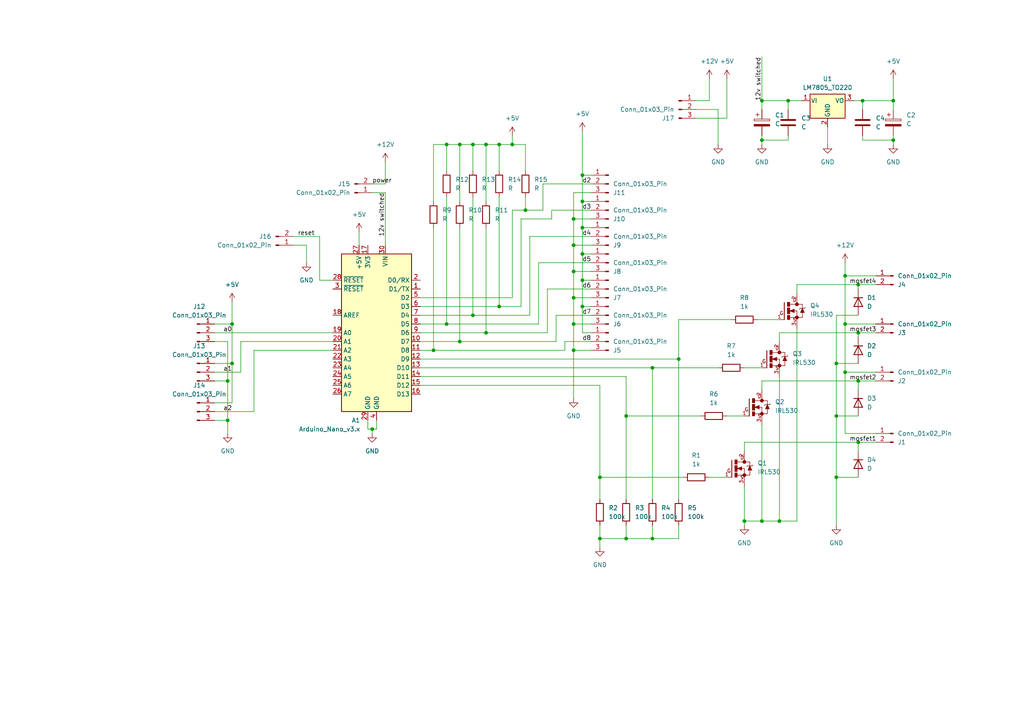
<source format=kicad_sch>
(kicad_sch (version 20230121) (generator eeschema)
  (paper "A4")
  (lib_symbols
    (symbol "Connector:Conn_01x02_Pin" (pin_names (offset 1.016) hide)
      (property "Reference" "J" (at 0 2.54 0))
      (property "Value" "Conn_01x02_Pin" (at 0 -5.08 0))
      (symbol "Conn_01x02_Pin_1_1"
        (polyline (pts (xy 1.27 -2.54) (xy 0.8636 -2.54)) (stroke (width 0.1524)))
        (polyline (pts (xy 1.27 0) (xy 0.8636 0)) (stroke (width 0.1524)))
        (rectangle (start 0.8636 -2.413) (end 0 -2.667) (stroke (width 0.1524)) (fill (type outline)))
        (rectangle (start 0.8636 0.127) (end 0 -0.127) (stroke (width 0.1524)) (fill (type outline)))
        (pin passive line (at 5.08 0 180) (length 3.81) (name "Pin_1") (number "1"))
        (pin passive line (at 5.08 -2.54 180) (length 3.81) (name "Pin_2") (number "2"))
      )
    )
    (symbol "Connector:Conn_01x03_Pin" (pin_names (offset 1.016) hide)
      (property "Reference" "J" (at 0 5.08 0))
      (property "Value" "Conn_01x03_Pin" (at 0 -5.08 0))
      (symbol "Conn_01x03_Pin_1_1"
        (polyline (pts (xy 1.27 -2.54) (xy 0.8636 -2.54)) (stroke (width 0.1524)))
        (polyline (pts (xy 1.27 0) (xy 0.8636 0)) (stroke (width 0.1524)))
        (polyline (pts (xy 1.27 2.54) (xy 0.8636 2.54)) (stroke (width 0.1524)))
        (rectangle (start 0.8636 -2.413) (end 0 -2.667) (stroke (width 0.1524)) (fill (type outline)))
        (rectangle (start 0.8636 0.127) (end 0 -0.127) (stroke (width 0.1524)) (fill (type outline)))
        (rectangle (start 0.8636 2.667) (end 0 2.413) (stroke (width 0.1524)) (fill (type outline)))
        (pin passive line (at 5.08 2.54 180) (length 3.81) (name "Pin_1") (number "1"))
        (pin passive line (at 5.08 0 180) (length 3.81) (name "Pin_2") (number "2"))
        (pin passive line (at 5.08 -2.54 180) (length 3.81) (name "Pin_3") (number "3"))
      )
    )
    (symbol "Device:C" (pin_numbers hide) (pin_names (offset 0.254))
      (property "Reference" "C" (at 0.635 2.54 0))
      (property "Value" "C" (at 0.635 -2.54 0))
      (symbol "C_0_1"
        (polyline (pts (xy -2.032 -0.762) (xy 2.032 -0.762)) (stroke (width 0.508)))
        (polyline (pts (xy -2.032 0.762) (xy 2.032 0.762)) (stroke (width 0.508)))
      )
      (symbol "C_1_1"
        (pin passive line (at 0 3.81 270) (length 2.794) (name "~") (number "1"))
        (pin passive line (at 0 -3.81 90) (length 2.794) (name "~") (number "2"))
      )
    )
    (symbol "Device:C_Polarized" (pin_numbers hide) (pin_names (offset 0.254))
      (property "Reference" "C" (at 0.635 2.54 0))
      (property "Value" "C_Polarized" (at 0.635 -2.54 0))
      (symbol "C_Polarized_0_1"
        (rectangle (start -2.286 0.508) (end 2.286 1.016))
        (polyline (pts (xy -1.778 2.286) (xy -0.762 2.286)))
        (polyline (pts (xy -1.27 2.794) (xy -1.27 1.778)))
        (rectangle (start 2.286 -0.508) (end -2.286 -1.016) (fill (type outline)))
      )
      (symbol "C_Polarized_1_1"
        (pin passive line (at 0 3.81 270) (length 2.794) (name "~") (number "1"))
        (pin passive line (at 0 -3.81 90) (length 2.794) (name "~") (number "2"))
      )
    )
    (symbol "Device:D" (pin_numbers hide) (pin_names (offset 1.016) hide)
      (property "Reference" "D" (at 0 2.54 0))
      (property "Value" "D" (at 0 -2.54 0))
      (symbol "D_0_1"
        (polyline (pts (xy -1.27 1.27) (xy -1.27 -1.27)) (stroke (width 0.254)))
        (polyline (pts (xy 1.27 0) (xy -1.27 0)))
        (polyline (pts (xy 1.27 1.27) (xy 1.27 -1.27) (xy -1.27 0) (xy 1.27 1.27)) (stroke (width 0.254)))
      )
      (symbol "D_1_1"
        (pin passive line (at -3.81 0 0) (length 2.54) (name "K") (number "1"))
        (pin passive line (at 3.81 0 180) (length 2.54) (name "A") (number "2"))
      )
    )
    (symbol "Device:R" (pin_numbers hide) (pin_names (offset 0))
      (property "Reference" "R" (at 2.032 0 90))
      (property "Value" "R" (at 0 0 90))
      (symbol "R_0_1"
        (rectangle (start -1.016 -2.54) (end 1.016 2.54) (stroke (width 0.254)))
      )
      (symbol "R_1_1"
        (pin passive line (at 0 3.81 270) (length 1.27) (name "~") (number "1"))
        (pin passive line (at 0 -3.81 90) (length 1.27) (name "~") (number "2"))
      )
    )
    (symbol "IRL530:IRL530" (pin_names (offset 1.016))
      (property "Reference" "Q" (at 6.35 0 0))
      (property "Value" "IRL530" (at 6.35 -2.54 0))
      (symbol "IRL530_0_0"
        (rectangle (start -0.254 -2.54) (end 0.508 -1.27) (stroke (width 0.1)) (fill (type outline)))
        (rectangle (start -0.254 -0.889) (end 0.508 0.889) (stroke (width 0.1)) (fill (type outline)))
        (rectangle (start -0.254 1.27) (end 0.508 2.54) (stroke (width 0.1)) (fill (type outline)))
        (polyline (pts (xy -1.1176 -2.54) (xy -2.54 -2.54)) (stroke (width 0.1524)))
        (polyline (pts (xy -1.1176 2.413) (xy -1.1176 -2.54)) (stroke (width 0.254)))
        (polyline (pts (xy 0.508 -1.905) (xy 2.54 -1.905)) (stroke (width 0.1524)))
        (polyline (pts (xy 0.508 0) (xy 1.778 -0.508)) (stroke (width 0.1524)))
        (polyline (pts (xy 0.762 0) (xy 1.651 -0.254)) (stroke (width 0.3048)))
        (polyline (pts (xy 1.651 -0.254) (xy 1.651 0)) (stroke (width 0.3048)))
        (polyline (pts (xy 1.651 0) (xy 1.397 0)) (stroke (width 0.3048)))
        (polyline (pts (xy 1.651 0) (xy 2.54 0)) (stroke (width 0.1524)))
        (polyline (pts (xy 1.651 0.254) (xy 0.762 0)) (stroke (width 0.3048)))
        (polyline (pts (xy 1.778 -0.508) (xy 1.778 0.508)) (stroke (width 0.1524)))
        (polyline (pts (xy 1.778 0.508) (xy 0.508 0)) (stroke (width 0.1524)))
        (polyline (pts (xy 2.54 -1.905) (xy 2.54 -2.54)) (stroke (width 0.1524)))
        (polyline (pts (xy 2.54 0) (xy 2.54 -1.905)) (stroke (width 0.1524)))
        (polyline (pts (xy 2.54 1.905) (xy 0.5334 1.905)) (stroke (width 0.1524)))
        (polyline (pts (xy 2.54 1.905) (xy 4.1275 1.905)) (stroke (width 0.1524)))
        (polyline (pts (xy 2.54 2.54) (xy 2.54 1.905)) (stroke (width 0.1524)))
        (polyline (pts (xy 3.4925 0.762) (xy 3.2385 0.508)) (stroke (width 0.1524)))
        (polyline (pts (xy 3.4925 0.762) (xy 4.1275 0.762)) (stroke (width 0.1524)))
        (polyline (pts (xy 3.5719 -0.4763) (xy 4.1275 -0.4763)) (stroke (width 0.1524)))
        (polyline (pts (xy 4.1275 -1.905) (xy 2.54 -1.905)) (stroke (width 0.1524)))
        (polyline (pts (xy 4.1275 -0.4763) (xy 4.1275 -1.905)) (stroke (width 0.1524)))
        (polyline (pts (xy 4.1275 -0.4763) (xy 4.6831 -0.4763)) (stroke (width 0.1524)))
        (polyline (pts (xy 4.1275 0.762) (xy 3.5719 -0.4763)) (stroke (width 0.1524)))
        (polyline (pts (xy 4.1275 0.762) (xy 4.7625 0.762)) (stroke (width 0.1524)))
        (polyline (pts (xy 4.1275 1.905) (xy 4.1275 0.762)) (stroke (width 0.1524)))
        (polyline (pts (xy 4.6831 -0.4763) (xy 4.1275 0.762)) (stroke (width 0.1524)))
        (polyline (pts (xy 4.7625 0.762) (xy 5.0165 1.016)) (stroke (width 0.1524)))
        (polyline (pts (xy 4.1275 0.635) (xy 3.6513 -0.3969) (xy 4.6038 -0.3969) (xy 4.1275 0.635)) (stroke (width 0.1524)) (fill (type outline)))
        (circle (center 2.54 -1.905) (radius 0.127) (stroke (width 0.4064)))
        (circle (center 2.54 1.905) (radius 0.127) (stroke (width 0.4064)))
        (text "D" (at 1.27 2.54 0) (effects (font (size 1.016 1.016)) (justify left bottom)))
        (text "G" (at -2.54 -1.27 0) (effects (font (size 1.016 1.016)) (justify left bottom)))
        (text "S" (at 1.27 -3.175 0) (effects (font (size 1.016 1.016)) (justify left bottom)))
        (pin passive line (at -2.54 -2.54 0) (length 0) (name "~") (number "1"))
        (pin passive line (at 2.54 5.08 270) (length 2.54) (name "~") (number "2"))
        (pin passive line (at 2.54 -5.08 90) (length 2.54) (name "~") (number "3"))
      )
    )
    (symbol "MCU_Module:Arduino_Nano_v3.x"
      (property "Reference" "A" (at -10.16 23.495 0))
      (property "Value" "Arduino_Nano_v3.x" (at 5.08 -24.13 0))
      (symbol "Arduino_Nano_v3.x_0_1"
        (rectangle (start -10.16 22.86) (end 10.16 -22.86) (stroke (width 0.254)) (fill (type background)))
      )
      (symbol "Arduino_Nano_v3.x_1_1"
        (pin bidirectional line (at -12.7 12.7 0) (length 2.54) (name "D1/TX") (number "1"))
        (pin bidirectional line (at -12.7 -2.54 0) (length 2.54) (name "D7") (number "10"))
        (pin bidirectional line (at -12.7 -5.08 0) (length 2.54) (name "D8") (number "11"))
        (pin bidirectional line (at -12.7 -7.62 0) (length 2.54) (name "D9") (number "12"))
        (pin bidirectional line (at -12.7 -10.16 0) (length 2.54) (name "D10") (number "13"))
        (pin bidirectional line (at -12.7 -12.7 0) (length 2.54) (name "D11") (number "14"))
        (pin bidirectional line (at -12.7 -15.24 0) (length 2.54) (name "D12") (number "15"))
        (pin bidirectional line (at -12.7 -17.78 0) (length 2.54) (name "D13") (number "16"))
        (pin power_out line (at 2.54 25.4 270) (length 2.54) (name "3V3") (number "17"))
        (pin input line (at 12.7 5.08 180) (length 2.54) (name "AREF") (number "18"))
        (pin bidirectional line (at 12.7 0 180) (length 2.54) (name "A0") (number "19"))
        (pin bidirectional line (at -12.7 15.24 0) (length 2.54) (name "D0/RX") (number "2"))
        (pin bidirectional line (at 12.7 -2.54 180) (length 2.54) (name "A1") (number "20"))
        (pin bidirectional line (at 12.7 -5.08 180) (length 2.54) (name "A2") (number "21"))
        (pin bidirectional line (at 12.7 -7.62 180) (length 2.54) (name "A3") (number "22"))
        (pin bidirectional line (at 12.7 -10.16 180) (length 2.54) (name "A4") (number "23"))
        (pin bidirectional line (at 12.7 -12.7 180) (length 2.54) (name "A5") (number "24"))
        (pin bidirectional line (at 12.7 -15.24 180) (length 2.54) (name "A6") (number "25"))
        (pin bidirectional line (at 12.7 -17.78 180) (length 2.54) (name "A7") (number "26"))
        (pin power_out line (at 5.08 25.4 270) (length 2.54) (name "+5V") (number "27"))
        (pin input line (at 12.7 15.24 180) (length 2.54) (name "~{RESET}") (number "28"))
        (pin power_in line (at 2.54 -25.4 90) (length 2.54) (name "GND") (number "29"))
        (pin input line (at 12.7 12.7 180) (length 2.54) (name "~{RESET}") (number "3"))
        (pin power_in line (at -2.54 25.4 270) (length 2.54) (name "VIN") (number "30"))
        (pin power_in line (at 0 -25.4 90) (length 2.54) (name "GND") (number "4"))
        (pin bidirectional line (at -12.7 10.16 0) (length 2.54) (name "D2") (number "5"))
        (pin bidirectional line (at -12.7 7.62 0) (length 2.54) (name "D3") (number "6"))
        (pin bidirectional line (at -12.7 5.08 0) (length 2.54) (name "D4") (number "7"))
        (pin bidirectional line (at -12.7 2.54 0) (length 2.54) (name "D5") (number "8"))
        (pin bidirectional line (at -12.7 0 0) (length 2.54) (name "D6") (number "9"))
      )
    )
    (symbol "Regulator_Linear:LM7805_TO220" (pin_names (offset 0.254))
      (property "Reference" "U" (at -3.81 3.175 0))
      (property "Value" "LM7805_TO220" (at 0 3.175 0))
      (symbol "LM7805_TO220_0_1"
        (rectangle (start -5.08 1.905) (end 5.08 -5.08) (stroke (width 0.254)) (fill (type background)))
      )
      (symbol "LM7805_TO220_1_1"
        (pin power_in line (at -7.62 0 0) (length 2.54) (name "VI") (number "1"))
        (pin power_in line (at 0 -7.62 90) (length 2.54) (name "GND") (number "2"))
        (pin power_out line (at 7.62 0 180) (length 2.54) (name "VO") (number "3"))
      )
    )
    (symbol "power:+12V" (power) (pin_names (offset 0))
      (property "Value" "+12V" (at 0 3.556 0))
      (symbol "+12V_0_1"
        (polyline (pts (xy -0.762 1.27) (xy 0 2.54)))
        (polyline (pts (xy 0 0) (xy 0 2.54)))
        (polyline (pts (xy 0 2.54) (xy 0.762 1.27)))
      )
      (symbol "+12V_1_1"
        (pin power_in line (at 0 0 90) (length 0) hide (name "+12V") (number "1"))
      )
    )
    (symbol "power:+5V" (power) (pin_names (offset 0))
      (property "Value" "+5V" (at 0 3.556 0))
      (symbol "+5V_0_1"
        (polyline (pts (xy -0.762 1.27) (xy 0 2.54)))
        (polyline (pts (xy 0 0) (xy 0 2.54)))
        (polyline (pts (xy 0 2.54) (xy 0.762 1.27)))
      )
      (symbol "+5V_1_1"
        (pin power_in line (at 0 0 90) (length 0) hide (name "+5V") (number "1"))
      )
    )
    (symbol "power:GND" (power) (pin_names (offset 0))
      (property "Value" "GND" (at 0 -3.81 0))
      (symbol "GND_0_1"
        (polyline (pts (xy 0 0) (xy 0 -1.27) (xy 1.27 -1.27) (xy 0 -2.54) (xy -1.27 -1.27) (xy 0 -1.27)))
      )
      (symbol "GND_1_1"
        (pin power_in line (at 0 0 270) (length 0) hide (name "GND") (number "1"))
      )
    )
  )
  (junction (at 173.99 156.21))
  (junction (at 245.11 93.98))
  (junction (at 107.95 124.46))
  (junction (at 133.35 41.91))
  (junction (at 242.57 105.41))
  (junction (at 166.37 78.74))
  (junction (at 248.92 128.27))
  (junction (at 133.35 99.06))
  (junction (at 137.16 41.91))
  (junction (at 168.91 81.28))
  (junction (at 250.19 29.21))
  (junction (at 66.04 110.49))
  (junction (at 220.98 151.13))
  (junction (at 248.92 110.49))
  (junction (at 168.91 58.42))
  (junction (at 245.11 107.95))
  (junction (at 166.37 86.36))
  (junction (at 144.78 41.91))
  (junction (at 259.08 29.21))
  (junction (at 144.78 88.9))
  (junction (at 168.91 50.8))
  (junction (at 248.92 82.55))
  (junction (at 129.54 41.91))
  (junction (at 189.23 106.68))
  (junction (at 166.37 63.5))
  (junction (at 181.61 120.65))
  (junction (at 248.92 96.52))
  (junction (at 168.91 73.66))
  (junction (at 259.08 40.64))
  (junction (at 215.9 151.13))
  (junction (at 166.37 101.6))
  (junction (at 152.4 60.96))
  (junction (at 228.6 29.21))
  (junction (at 129.54 93.98))
  (junction (at 66.04 121.92))
  (junction (at 140.97 96.52))
  (junction (at 140.97 41.91))
  (junction (at 189.23 156.21))
  (junction (at 168.91 66.04))
  (junction (at 220.98 40.64))
  (junction (at 67.31 105.41))
  (junction (at 226.06 151.13))
  (junction (at 173.99 138.43))
  (junction (at 196.85 104.14))
  (junction (at 220.98 29.21))
  (junction (at 125.73 101.6))
  (junction (at 137.16 91.44))
  (junction (at 242.57 138.43))
  (junction (at 245.11 80.01))
  (junction (at 67.31 93.98))
  (junction (at 166.37 93.98))
  (junction (at 242.57 120.65))
  (junction (at 181.61 156.21))
  (junction (at 148.59 41.91))
  (junction (at 166.37 71.12))
  (junction (at 168.91 88.9))
  (wire (pts (xy 215.9 140.97) (xy 215.9 151.13)))
  (wire (pts (xy 152.4 41.91) (xy 148.59 41.91)))
  (wire (pts (xy 157.48 53.34) (xy 157.48 60.96)))
  (wire (pts (xy 166.37 63.5) (xy 166.37 55.88)))
  (wire (pts (xy 121.92 96.52) (xy 140.97 96.52)))
  (wire (pts (xy 168.91 50.8) (xy 171.45 50.8)))
  (wire (pts (xy 166.37 71.12) (xy 166.37 63.5)))
  (wire (pts (xy 158.75 83.82) (xy 171.45 83.82)))
  (wire (pts (xy 173.99 111.76) (xy 173.99 138.43)))
  (wire (pts (xy 210.82 120.65) (xy 215.9 120.65)))
  (wire (pts (xy 129.54 41.91) (xy 129.54 49.53)))
  (wire (pts (xy 106.68 121.92) (xy 106.68 124.46)))
  (wire (pts (xy 181.61 156.21) (xy 173.99 156.21)))
  (wire (pts (xy 158.75 96.52) (xy 158.75 83.82)))
  (wire (pts (xy 168.91 88.9) (xy 171.45 88.9)))
  (wire (pts (xy 208.28 41.91) (xy 208.28 31.75)))
  (wire (pts (xy 66.04 110.49) (xy 66.04 121.92)))
  (wire (pts (xy 62.23 107.95) (xy 69.85 107.95)))
  (wire (pts (xy 210.82 22.86) (xy 210.82 34.29)))
  (wire (pts (xy 245.11 80.01) (xy 254 80.01)))
  (wire (pts (xy 133.35 41.91) (xy 129.54 41.91)))
  (wire (pts (xy 181.61 152.4) (xy 181.61 156.21)))
  (wire (pts (xy 228.6 29.21) (xy 228.6 31.75)))
  (wire (pts (xy 242.57 138.43) (xy 248.92 138.43)))
  (wire (pts (xy 166.37 86.36) (xy 171.45 86.36)))
  (wire (pts (xy 151.13 63.5) (xy 151.13 88.9)))
  (wire (pts (xy 67.31 105.41) (xy 67.31 116.84)))
  (wire (pts (xy 137.16 91.44) (xy 153.67 91.44)))
  (wire (pts (xy 166.37 71.12) (xy 171.45 71.12)))
  (wire (pts (xy 250.19 39.37) (xy 250.19 40.64)))
  (wire (pts (xy 69.85 107.95) (xy 69.85 99.06)))
  (wire (pts (xy 196.85 156.21) (xy 189.23 156.21)))
  (wire (pts (xy 254 125.73) (xy 245.11 125.73)))
  (wire (pts (xy 248.92 96.52) (xy 254 96.52)))
  (wire (pts (xy 62.23 116.84) (xy 67.31 116.84)))
  (wire (pts (xy 173.99 156.21) (xy 173.99 152.4)))
  (wire (pts (xy 109.22 124.46) (xy 109.22 121.92)))
  (wire (pts (xy 248.92 110.49) (xy 254 110.49)))
  (wire (pts (xy 166.37 93.98) (xy 166.37 86.36)))
  (wire (pts (xy 166.37 86.36) (xy 166.37 78.74)))
  (wire (pts (xy 173.99 138.43) (xy 173.99 144.78)))
  (wire (pts (xy 220.98 123.19) (xy 220.98 151.13)))
  (wire (pts (xy 88.9 71.12) (xy 85.09 71.12)))
  (wire (pts (xy 144.78 41.91) (xy 140.97 41.91)))
  (wire (pts (xy 245.11 93.98) (xy 254 93.98)))
  (wire (pts (xy 153.67 68.58) (xy 153.67 91.44)))
  (wire (pts (xy 121.92 91.44) (xy 137.16 91.44)))
  (wire (pts (xy 137.16 41.91) (xy 140.97 41.91)))
  (wire (pts (xy 196.85 152.4) (xy 196.85 156.21)))
  (wire (pts (xy 67.31 87.63) (xy 67.31 93.98)))
  (wire (pts (xy 140.97 96.52) (xy 158.75 96.52)))
  (wire (pts (xy 168.91 50.8) (xy 168.91 58.42)))
  (wire (pts (xy 248.92 83.82) (xy 248.92 82.55)))
  (wire (pts (xy 220.98 113.03) (xy 220.98 110.49)))
  (wire (pts (xy 166.37 63.5) (xy 171.45 63.5)))
  (wire (pts (xy 166.37 101.6) (xy 166.37 93.98)))
  (wire (pts (xy 163.83 101.6) (xy 163.83 99.06)))
  (wire (pts (xy 151.13 63.5) (xy 160.02 63.5)))
  (wire (pts (xy 144.78 88.9) (xy 121.92 88.9)))
  (wire (pts (xy 173.99 138.43) (xy 198.12 138.43)))
  (wire (pts (xy 231.14 82.55) (xy 248.92 82.55)))
  (wire (pts (xy 67.31 93.98) (xy 62.23 93.98)))
  (wire (pts (xy 250.19 40.64) (xy 259.08 40.64)))
  (wire (pts (xy 67.31 93.98) (xy 67.31 105.41)))
  (wire (pts (xy 62.23 110.49) (xy 66.04 110.49)))
  (wire (pts (xy 107.95 124.46) (xy 109.22 124.46)))
  (wire (pts (xy 133.35 66.04) (xy 133.35 99.06)))
  (wire (pts (xy 240.03 36.83) (xy 240.03 41.91)))
  (wire (pts (xy 153.67 68.58) (xy 171.45 68.58)))
  (wire (pts (xy 121.92 106.68) (xy 189.23 106.68)))
  (wire (pts (xy 168.91 66.04) (xy 171.45 66.04)))
  (wire (pts (xy 156.21 93.98) (xy 129.54 93.98)))
  (wire (pts (xy 259.08 29.21) (xy 259.08 31.75)))
  (wire (pts (xy 220.98 40.64) (xy 220.98 41.91)))
  (wire (pts (xy 181.61 120.65) (xy 203.2 120.65)))
  (wire (pts (xy 220.98 29.21) (xy 220.98 31.75)))
  (wire (pts (xy 104.14 67.31) (xy 104.14 71.12)))
  (wire (pts (xy 152.4 41.91) (xy 152.4 49.53)))
  (wire (pts (xy 73.66 101.6) (xy 73.66 119.38)))
  (wire (pts (xy 107.95 124.46) (xy 107.95 125.73)))
  (wire (pts (xy 210.82 34.29) (xy 201.93 34.29)))
  (wire (pts (xy 62.23 105.41) (xy 67.31 105.41)))
  (wire (pts (xy 205.74 29.21) (xy 201.93 29.21)))
  (wire (pts (xy 125.73 58.42) (xy 125.73 41.91)))
  (wire (pts (xy 228.6 39.37) (xy 228.6 40.64)))
  (wire (pts (xy 220.98 16.51) (xy 220.98 29.21)))
  (wire (pts (xy 151.13 88.9) (xy 144.78 88.9)))
  (wire (pts (xy 148.59 60.96) (xy 152.4 60.96)))
  (wire (pts (xy 129.54 57.15) (xy 129.54 93.98)))
  (wire (pts (xy 69.85 99.06) (xy 96.52 99.06)))
  (wire (pts (xy 121.92 86.36) (xy 148.59 86.36)))
  (wire (pts (xy 196.85 92.71) (xy 212.09 92.71)))
  (wire (pts (xy 168.91 81.28) (xy 168.91 88.9)))
  (wire (pts (xy 250.19 29.21) (xy 259.08 29.21)))
  (wire (pts (xy 107.95 55.88) (xy 111.76 55.88)))
  (wire (pts (xy 62.23 96.52) (xy 96.52 96.52)))
  (wire (pts (xy 248.92 130.81) (xy 248.92 128.27)))
  (wire (pts (xy 148.59 39.37) (xy 148.59 41.91)))
  (wire (pts (xy 245.11 80.01) (xy 245.11 93.98)))
  (wire (pts (xy 66.04 121.92) (xy 62.23 121.92)))
  (wire (pts (xy 181.61 120.65) (xy 181.61 109.22)))
  (wire (pts (xy 259.08 39.37) (xy 259.08 40.64)))
  (wire (pts (xy 259.08 22.86) (xy 259.08 29.21)))
  (wire (pts (xy 226.06 96.52) (xy 248.92 96.52)))
  (wire (pts (xy 166.37 78.74) (xy 166.37 71.12)))
  (wire (pts (xy 205.74 138.43) (xy 210.82 138.43)))
  (wire (pts (xy 171.45 76.2) (xy 156.21 76.2)))
  (wire (pts (xy 137.16 57.15) (xy 137.16 91.44)))
  (wire (pts (xy 220.98 151.13) (xy 215.9 151.13)))
  (wire (pts (xy 189.23 152.4) (xy 189.23 156.21)))
  (wire (pts (xy 205.74 22.86) (xy 205.74 29.21)))
  (wire (pts (xy 137.16 41.91) (xy 133.35 41.91)))
  (wire (pts (xy 125.73 66.04) (xy 125.73 101.6)))
  (wire (pts (xy 231.14 151.13) (xy 226.06 151.13)))
  (wire (pts (xy 242.57 105.41) (xy 242.57 91.44)))
  (wire (pts (xy 242.57 105.41) (xy 248.92 105.41)))
  (wire (pts (xy 148.59 41.91) (xy 144.78 41.91)))
  (wire (pts (xy 250.19 29.21) (xy 250.19 31.75)))
  (wire (pts (xy 92.71 68.58) (xy 85.09 68.58)))
  (wire (pts (xy 208.28 31.75) (xy 201.93 31.75)))
  (wire (pts (xy 168.91 88.9) (xy 168.91 96.52)))
  (wire (pts (xy 96.52 81.28) (xy 92.71 81.28)))
  (wire (pts (xy 232.41 29.21) (xy 228.6 29.21)))
  (wire (pts (xy 181.61 120.65) (xy 181.61 144.78)))
  (wire (pts (xy 66.04 99.06) (xy 66.04 110.49)))
  (wire (pts (xy 161.29 99.06) (xy 133.35 99.06)))
  (wire (pts (xy 160.02 60.96) (xy 160.02 63.5)))
  (wire (pts (xy 133.35 58.42) (xy 133.35 41.91)))
  (wire (pts (xy 140.97 66.04) (xy 140.97 96.52)))
  (wire (pts (xy 129.54 93.98) (xy 121.92 93.98)))
  (wire (pts (xy 106.68 124.46) (xy 107.95 124.46)))
  (wire (pts (xy 245.11 107.95) (xy 254 107.95)))
  (wire (pts (xy 168.91 96.52) (xy 171.45 96.52)))
  (wire (pts (xy 121.92 109.22) (xy 181.61 109.22)))
  (wire (pts (xy 242.57 120.65) (xy 248.92 120.65)))
  (wire (pts (xy 125.73 101.6) (xy 163.83 101.6)))
  (wire (pts (xy 111.76 46.99) (xy 111.76 53.34)))
  (wire (pts (xy 121.92 99.06) (xy 133.35 99.06)))
  (wire (pts (xy 152.4 57.15) (xy 152.4 60.96)))
  (wire (pts (xy 168.91 73.66) (xy 168.91 81.28)))
  (wire (pts (xy 137.16 49.53) (xy 137.16 41.91)))
  (wire (pts (xy 144.78 57.15) (xy 144.78 88.9)))
  (wire (pts (xy 242.57 138.43) (xy 242.57 120.65)))
  (wire (pts (xy 125.73 41.91) (xy 129.54 41.91)))
  (wire (pts (xy 242.57 120.65) (xy 242.57 105.41)))
  (wire (pts (xy 168.91 81.28) (xy 171.45 81.28)))
  (wire (pts (xy 73.66 101.6) (xy 96.52 101.6)))
  (wire (pts (xy 163.83 99.06) (xy 171.45 99.06)))
  (wire (pts (xy 171.45 60.96) (xy 160.02 60.96)))
  (wire (pts (xy 171.45 91.44) (xy 161.29 91.44)))
  (wire (pts (xy 248.92 82.55) (xy 254 82.55)))
  (wire (pts (xy 168.91 58.42) (xy 168.91 66.04)))
  (wire (pts (xy 215.9 128.27) (xy 248.92 128.27)))
  (wire (pts (xy 161.29 91.44) (xy 161.29 99.06)))
  (wire (pts (xy 121.92 104.14) (xy 196.85 104.14)))
  (wire (pts (xy 189.23 144.78) (xy 189.23 106.68)))
  (wire (pts (xy 245.11 93.98) (xy 245.11 107.95)))
  (wire (pts (xy 121.92 111.76) (xy 173.99 111.76)))
  (wire (pts (xy 166.37 55.88) (xy 171.45 55.88)))
  (wire (pts (xy 248.92 97.79) (xy 248.92 96.52)))
  (wire (pts (xy 173.99 156.21) (xy 173.99 158.75)))
  (wire (pts (xy 228.6 40.64) (xy 220.98 40.64)))
  (wire (pts (xy 226.06 151.13) (xy 220.98 151.13)))
  (wire (pts (xy 111.76 53.34) (xy 107.95 53.34)))
  (wire (pts (xy 168.91 38.1) (xy 168.91 50.8)))
  (wire (pts (xy 242.57 91.44) (xy 248.92 91.44)))
  (wire (pts (xy 226.06 96.52) (xy 226.06 99.06)))
  (wire (pts (xy 166.37 101.6) (xy 171.45 101.6)))
  (wire (pts (xy 189.23 106.68) (xy 208.28 106.68)))
  (wire (pts (xy 215.9 151.13) (xy 215.9 152.4)))
  (wire (pts (xy 220.98 39.37) (xy 220.98 40.64)))
  (wire (pts (xy 166.37 115.57) (xy 166.37 101.6)))
  (wire (pts (xy 196.85 144.78) (xy 196.85 104.14)))
  (wire (pts (xy 111.76 55.88) (xy 111.76 71.12)))
  (wire (pts (xy 121.92 101.6) (xy 125.73 101.6)))
  (wire (pts (xy 248.92 128.27) (xy 254 128.27)))
  (wire (pts (xy 219.71 92.71) (xy 226.06 92.71)))
  (wire (pts (xy 215.9 130.81) (xy 215.9 128.27)))
  (wire (pts (xy 157.48 60.96) (xy 152.4 60.96)))
  (wire (pts (xy 144.78 49.53) (xy 144.78 41.91)))
  (wire (pts (xy 73.66 119.38) (xy 62.23 119.38)))
  (wire (pts (xy 231.14 85.09) (xy 231.14 82.55)))
  (wire (pts (xy 168.91 66.04) (xy 168.91 73.66)))
  (wire (pts (xy 156.21 76.2) (xy 156.21 93.98)))
  (wire (pts (xy 171.45 53.34) (xy 157.48 53.34)))
  (wire (pts (xy 220.98 110.49) (xy 248.92 110.49)))
  (wire (pts (xy 62.23 99.06) (xy 66.04 99.06)))
  (wire (pts (xy 168.91 58.42) (xy 171.45 58.42)))
  (wire (pts (xy 166.37 78.74) (xy 171.45 78.74)))
  (wire (pts (xy 140.97 58.42) (xy 140.97 41.91)))
  (wire (pts (xy 259.08 40.64) (xy 259.08 41.91)))
  (wire (pts (xy 245.11 76.2) (xy 245.11 80.01)))
  (wire (pts (xy 242.57 152.4) (xy 242.57 138.43)))
  (wire (pts (xy 166.37 93.98) (xy 171.45 93.98)))
  (wire (pts (xy 168.91 73.66) (xy 171.45 73.66)))
  (wire (pts (xy 88.9 76.2) (xy 88.9 71.12)))
  (wire (pts (xy 92.71 81.28) (xy 92.71 68.58)))
  (wire (pts (xy 148.59 86.36) (xy 148.59 60.96)))
  (wire (pts (xy 215.9 106.68) (xy 220.98 106.68)))
  (wire (pts (xy 248.92 113.03) (xy 248.92 110.49)))
  (wire (pts (xy 231.14 95.25) (xy 231.14 151.13)))
  (wire (pts (xy 228.6 29.21) (xy 220.98 29.21)))
  (wire (pts (xy 189.23 156.21) (xy 181.61 156.21)))
  (wire (pts (xy 245.11 107.95) (xy 245.11 125.73)))
  (wire (pts (xy 226.06 109.22) (xy 226.06 151.13)))
  (wire (pts (xy 247.65 29.21) (xy 250.19 29.21)))
  (wire (pts (xy 66.04 125.73) (xy 66.04 121.92)))
  (wire (pts (xy 196.85 92.71) (xy 196.85 104.14)))
  (label "power" (at 107.95 53.34 0))
  (label "mosfet4" (at 246.38 82.55 0))
  (label "12v switched" (at 220.98 16.51 270))
  (label "mosfet1" (at 246.38 128.27 0))
  (label "d8" (at 168.91 99.06 0))
  (label "d3" (at 168.91 60.96 0))
  (label "d4" (at 168.91 68.58 0))
  (label "a1" (at 64.77 107.95 0))
  (label "d7" (at 168.91 91.44 0))
  (label "a2" (at 64.77 119.38 0))
  (label "d5" (at 168.91 76.2 0))
  (label "a0" (at 64.77 96.52 0))
  (label "12v switched" (at 111.76 55.88 270))
  (label "reset" (at 86.36 68.58 0))
  (label "d2" (at 168.91 53.34 0))
  (label "mosfet3" (at 246.38 96.52 0))
  (label "d6" (at 168.91 83.82 0))
  (label "mosfet2" (at 246.38 110.49 0))
  (symbol (lib_id "power:GND") (at 259.08 41.91 0) (unit 1)
    (property "Reference" "#PWR017" (effects hide))
    (property "Value" "GND" (at 259.08 46.99 0))
  )
  (symbol (lib_id "Device:R") (at 140.97 62.23 0) (unit 1)
    (property "Reference" "R11" (at 143.51 60.96 0) (effects (justify left)))
    (property "Value" "R" (at 143.51 63.5 0) (effects (justify left)))
    (property "Footprint" "Resistor_SMD:R_0805_2012Metric" (effects hide))
  )
  (symbol (lib_id "Device:C_Polarized") (at 259.08 35.56 0) (unit 1)
    (property "Reference" "C2" (at 262.89 33.401 0) (effects (justify left)))
    (property "Value" "C" (at 262.89 35.941 0) (effects (justify left)))
    (property "Footprint" "Capacitor_THT:CP_Radial_D8.0mm_P3.50mm" (effects hide))
  )
  (symbol (lib_id "Connector:Conn_01x02_Pin") (at 259.08 93.98 0) (mirror y) (unit 1)
    (property "Reference" "J3" (at 260.35 96.52 0) (effects (justify right)))
    (property "Value" "Conn_01x02_Pin" (at 260.35 93.98 0) (effects (justify right)))
    (property "Footprint" "Connector_PinHeader_2.54mm:PinHeader_1x02_P2.54mm_Vertical" (effects hide))
  )
  (symbol (lib_id "Device:D") (at 248.92 134.62 270) (unit 1)
    (property "Reference" "D4" (at 251.46 133.35 90) (effects (justify left)))
    (property "Value" "D" (at 251.46 135.89 90) (effects (justify left)))
    (property "Footprint" "Diode_SMD:D_0805_2012Metric_Pad1.15x1.40mm_HandSolder" (effects hide))
    (property "Sim.Device" "D" (effects hide))
    (property "Sim.Pins" "1=K 2=A" (effects hide))
  )
  (symbol (lib_id "Connector:Conn_01x03_Pin") (at 196.85 31.75 0) (unit 1)
    (property "Reference" "J17" (at 195.58 34.29 0) (effects (justify right)))
    (property "Value" "Conn_01x03_Pin" (at 195.58 31.75 0) (effects (justify right)))
    (property "Footprint" "Connector_PinHeader_2.54mm:PinHeader_1x03_P2.54mm_Vertical" (effects hide))
  )
  (symbol (lib_id "power:GND") (at 66.04 125.73 0) (unit 1)
    (property "Reference" "#PWR09" (effects hide))
    (property "Value" "GND" (at 66.04 130.81 0))
  )
  (symbol (lib_id "Device:C") (at 228.6 35.56 0) (unit 1)
    (property "Reference" "C3" (at 232.41 34.29 0) (effects (justify left)))
    (property "Value" "C" (at 232.41 36.83 0) (effects (justify left)))
    (property "Footprint" "Capacitor_SMD:C_0805_2012Metric_Pad1.18x1.45mm_HandSolder" (effects hide))
  )
  (symbol (lib_id "power:+12V") (at 205.74 22.86 0) (unit 1)
    (property "Reference" "#PWR018" (effects hide))
    (property "Value" "+12V" (at 205.74 17.78 0))
  )
  (symbol (lib_id "IRL530:IRL530") (at 218.44 118.11 0) (unit 1)
    (property "Reference" "Q2" (at 224.79 116.5777 0) (effects (justify left)))
    (property "Value" "IRL530" (at 224.79 119.1177 0) (effects (justify left)))
    (property "Footprint" "Package_TO_SOT_THT:TO-220-3_Vertical" (effects hide))
    (property "MF" "Vishay / Siliconix" (effects hide))
    (property "Description" "\nN-Channel 100 V 15A (Tc) 88W (Tc) Through Hole TO-220AB\n" (effects hide))
    (property "Package" "TO-220-3 Vishay" (effects hide))
    (property "Price" "None" (effects hide))
    (property "SnapEDA_Link" "https://www.snapeda.com/parts/IRL530/Vishay+Siliconix/view-part/?ref=snap" (effects hide))
    (property "MP" "IRL530" (effects hide))
    (property "Purchase-URL" "https://www.snapeda.com/api/url_track_click_mouser/?unipart_id=4223030&manufacturer=Vishay / Siliconix&part_name=IRL530&search_term=None" (effects hide))
    (property "Availability" "In Stock" (effects hide))
    (property "Check_prices" "https://www.snapeda.com/parts/IRL530/Vishay+Siliconix/view-part/?ref=eda" (effects hide))
  )
  (symbol (lib_id "power:GND") (at 88.9 76.2 0) (unit 1)
    (property "Reference" "#PWR011" (effects hide))
    (property "Value" "GND" (at 88.9 81.28 0))
  )
  (symbol (lib_id "Device:R") (at 133.35 62.23 0) (unit 1)
    (property "Reference" "R10" (at 135.89 60.96 0) (effects (justify left)))
    (property "Value" "R" (at 135.89 63.5 0) (effects (justify left)))
    (property "Footprint" "Resistor_SMD:R_0805_2012Metric" (effects hide))
  )
  (symbol (lib_id "power:+5V") (at 148.59 39.37 0) (unit 1)
    (property "Reference" "#PWR06" (effects hide))
    (property "Value" "+5V" (at 148.59 34.29 0))
  )
  (symbol (lib_id "power:GND") (at 220.98 41.91 0) (unit 1)
    (property "Reference" "#PWR016" (effects hide))
    (property "Value" "GND" (at 220.98 46.99 0))
  )
  (symbol (lib_id "Connector:Conn_01x02_Pin") (at 259.08 80.01 0) (mirror y) (unit 1)
    (property "Reference" "J4" (at 260.35 82.55 0) (effects (justify right)))
    (property "Value" "Conn_01x02_Pin" (at 260.35 80.01 0) (effects (justify right)))
    (property "Footprint" "Connector_PinHeader_2.54mm:PinHeader_1x02_P2.54mm_Vertical" (effects hide))
  )
  (symbol (lib_id "Connector:Conn_01x03_Pin") (at 176.53 83.82 0) (mirror y) (unit 1)
    (property "Reference" "J7" (at 177.8 86.36 0) (effects (justify right)))
    (property "Value" "Conn_01x03_Pin" (at 177.8 83.82 0) (effects (justify right)))
    (property "Footprint" "Connector_PinHeader_2.54mm:PinHeader_1x03_P2.54mm_Vertical" (effects hide))
  )
  (symbol (lib_id "Device:R") (at 152.4 53.34 0) (unit 1)
    (property "Reference" "R15" (at 154.94 52.07 0) (effects (justify left)))
    (property "Value" "R" (at 154.94 54.61 0) (effects (justify left)))
    (property "Footprint" "Resistor_SMD:R_0805_2012Metric" (effects hide))
  )
  (symbol (lib_id "Connector:Conn_01x02_Pin") (at 80.01 71.12 0) (mirror x) (unit 1)
    (property "Reference" "J16" (at 78.74 68.58 0) (effects (justify right)))
    (property "Value" "Conn_01x02_Pin" (at 78.74 71.12 0) (effects (justify right)))
    (property "Footprint" "Connector_PinHeader_2.54mm:PinHeader_1x02_P2.54mm_Vertical" (effects hide))
  )
  (symbol (lib_id "Device:C_Polarized") (at 220.98 35.56 0) (unit 1)
    (property "Reference" "C1" (at 224.79 33.401 0) (effects (justify left)))
    (property "Value" "C" (at 224.79 35.941 0) (effects (justify left)))
    (property "Footprint" "Capacitor_THT:CP_Radial_D8.0mm_P3.50mm" (effects hide))
  )
  (symbol (lib_id "Device:R") (at 125.73 62.23 0) (unit 1)
    (property "Reference" "R9" (at 128.27 60.96 0) (effects (justify left)))
    (property "Value" "R" (at 128.27 63.5 0) (effects (justify left)))
    (property "Footprint" "Resistor_SMD:R_0805_2012Metric" (effects hide))
  )
  (symbol (lib_id "Device:C") (at 250.19 35.56 0) (unit 1)
    (property "Reference" "C4" (at 254 34.29 0) (effects (justify left)))
    (property "Value" "C" (at 254 36.83 0) (effects (justify left)))
    (property "Footprint" "Capacitor_SMD:C_0805_2012Metric_Pad1.18x1.45mm_HandSolder" (effects hide))
  )
  (symbol (lib_id "IRL530:IRL530") (at 223.52 104.14 0) (unit 1)
    (property "Reference" "Q3" (at 229.87 102.6077 0) (effects (justify left)))
    (property "Value" "IRL530" (at 229.87 105.1477 0) (effects (justify left)))
    (property "Footprint" "Package_TO_SOT_THT:TO-220-3_Vertical" (effects hide))
    (property "MF" "Vishay / Siliconix" (effects hide))
    (property "Description" "\nN-Channel 100 V 15A (Tc) 88W (Tc) Through Hole TO-220AB\n" (effects hide))
    (property "Package" "TO-220-3 Vishay" (effects hide))
    (property "Price" "None" (effects hide))
    (property "SnapEDA_Link" "https://www.snapeda.com/parts/IRL530/Vishay+Siliconix/view-part/?ref=snap" (effects hide))
    (property "MP" "IRL530" (effects hide))
    (property "Purchase-URL" "https://www.snapeda.com/api/url_track_click_mouser/?unipart_id=4223030&manufacturer=Vishay / Siliconix&part_name=IRL530&search_term=None" (effects hide))
    (property "Availability" "In Stock" (effects hide))
    (property "Check_prices" "https://www.snapeda.com/parts/IRL530/Vishay+Siliconix/view-part/?ref=eda" (effects hide))
  )
  (symbol (lib_id "power:GND") (at 107.95 125.73 0) (unit 1)
    (property "Reference" "#PWR07" (effects hide))
    (property "Value" "GND" (at 107.95 130.81 0))
  )
  (symbol (lib_id "Device:R") (at 129.54 53.34 0) (unit 1)
    (property "Reference" "R12" (at 132.08 52.07 0) (effects (justify left)))
    (property "Value" "R" (at 132.08 54.61 0) (effects (justify left)))
    (property "Footprint" "Resistor_SMD:R_0805_2012Metric" (effects hide))
  )
  (symbol (lib_id "Connector:Conn_01x02_Pin") (at 259.08 107.95 0) (mirror y) (unit 1)
    (property "Reference" "J2" (at 260.35 110.49 0) (effects (justify right)))
    (property "Value" "Conn_01x02_Pin" (at 260.35 107.95 0) (effects (justify right)))
    (property "Footprint" "Connector_PinHeader_2.54mm:PinHeader_1x02_P2.54mm_Vertical" (effects hide))
  )
  (symbol (lib_id "Connector:Conn_01x03_Pin") (at 176.53 76.2 0) (mirror y) (unit 1)
    (property "Reference" "J8" (at 177.8 78.74 0) (effects (justify right)))
    (property "Value" "Conn_01x03_Pin" (at 177.8 76.2 0) (effects (justify right)))
    (property "Footprint" "Connector_PinHeader_2.54mm:PinHeader_1x03_P2.54mm_Vertical" (effects hide))
  )
  (symbol (lib_id "Connector:Conn_01x02_Pin") (at 259.08 125.73 0) (mirror y) (unit 1)
    (property "Reference" "J1" (at 260.35 128.27 0) (effects (justify right)))
    (property "Value" "Conn_01x02_Pin" (at 260.35 125.73 0) (effects (justify right)))
    (property "Footprint" "Connector_PinHeader_2.54mm:PinHeader_1x02_P2.54mm_Vertical" (effects hide))
  )
  (symbol (lib_id "power:+5V") (at 168.91 38.1 0) (unit 1)
    (property "Reference" "#PWR012" (effects hide))
    (property "Value" "+5V" (at 168.91 33.02 0))
  )
  (symbol (lib_id "Device:R") (at 181.61 148.59 0) (unit 1)
    (property "Reference" "R3" (at 184.15 147.32 0) (effects (justify left)))
    (property "Value" "100k" (at 184.15 149.86 0) (effects (justify left)))
    (property "Footprint" "Resistor_SMD:R_0805_2012Metric" (effects hide))
  )
  (symbol (lib_id "power:+12V") (at 111.76 46.99 0) (unit 1)
    (property "Reference" "#PWR010" (effects hide))
    (property "Value" "+12V" (at 111.76 41.91 0))
  )
  (symbol (lib_id "power:+5V") (at 67.31 87.63 0) (unit 1)
    (property "Reference" "#PWR08" (effects hide))
    (property "Value" "+5V" (at 67.31 82.55 0))
  )
  (symbol (lib_id "Connector:Conn_01x03_Pin") (at 176.53 91.44 0) (mirror y) (unit 1)
    (property "Reference" "J6" (at 177.8 93.98 0) (effects (justify right)))
    (property "Value" "Conn_01x03_Pin" (at 177.8 91.44 0) (effects (justify right)))
    (property "Footprint" "Connector_PinHeader_2.54mm:PinHeader_1x03_P2.54mm_Vertical" (effects hide))
  )
  (symbol (lib_id "Connector:Conn_01x03_Pin") (at 176.53 68.58 0) (mirror y) (unit 1)
    (property "Reference" "J9" (at 177.8 71.12 0) (effects (justify right)))
    (property "Value" "Conn_01x03_Pin" (at 177.8 68.58 0) (effects (justify right)))
    (property "Footprint" "Connector_PinHeader_2.54mm:PinHeader_1x03_P2.54mm_Vertical" (effects hide))
  )
  (symbol (lib_id "Device:R") (at 212.09 106.68 270) (unit 1)
    (property "Reference" "R7" (at 212.09 100.33 90))
    (property "Value" "1k" (at 212.09 102.87 90))
    (property "Footprint" "Resistor_SMD:R_0805_2012Metric" (effects hide))
  )
  (symbol (lib_id "Connector:Conn_01x03_Pin") (at 176.53 99.06 0) (mirror y) (unit 1)
    (property "Reference" "J5" (at 177.8 101.6 0) (effects (justify right)))
    (property "Value" "Conn_01x03_Pin" (at 177.8 99.06 0) (effects (justify right)))
    (property "Footprint" "Connector_PinHeader_2.54mm:PinHeader_1x03_P2.54mm_Vertical" (effects hide))
  )
  (symbol (lib_id "IRL530:IRL530") (at 213.36 135.89 0) (unit 1)
    (property "Reference" "Q1" (at 219.71 134.3577 0) (effects (justify left)))
    (property "Value" "IRL530" (at 219.71 136.8977 0) (effects (justify left)))
    (property "Footprint" "Package_TO_SOT_THT:TO-220-3_Vertical" (effects hide))
    (property "MF" "Vishay / Siliconix" (effects hide))
    (property "Description" "\nN-Channel 100 V 15A (Tc) 88W (Tc) Through Hole TO-220AB\n" (effects hide))
    (property "Package" "TO-220-3 Vishay" (effects hide))
    (property "Price" "None" (effects hide))
    (property "SnapEDA_Link" "https://www.snapeda.com/parts/IRL530/Vishay+Siliconix/view-part/?ref=snap" (effects hide))
    (property "MP" "IRL530" (effects hide))
    (property "Purchase-URL" "https://www.snapeda.com/api/url_track_click_mouser/?unipart_id=4223030&manufacturer=Vishay / Siliconix&part_name=IRL530&search_term=None" (effects hide))
    (property "Availability" "In Stock" (effects hide))
    (property "Check_prices" "https://www.snapeda.com/parts/IRL530/Vishay+Siliconix/view-part/?ref=eda" (effects hide))
  )
  (symbol (lib_id "Connector:Conn_01x02_Pin") (at 102.87 55.88 0) (mirror x) (unit 1)
    (property "Reference" "J15" (at 101.6 53.34 0) (effects (justify right)))
    (property "Value" "Conn_01x02_Pin" (at 101.6 55.88 0) (effects (justify right)))
    (property "Footprint" "Connector_PinHeader_2.54mm:PinHeader_1x02_P2.54mm_Vertical" (effects hide))
  )
  (symbol (lib_id "Device:R") (at 196.85 148.59 0) (unit 1)
    (property "Reference" "R5" (at 199.39 147.32 0) (effects (justify left)))
    (property "Value" "100k" (at 199.39 149.86 0) (effects (justify left)))
    (property "Footprint" "Resistor_SMD:R_0805_2012Metric" (effects hide))
  )
  (symbol (lib_id "MCU_Module:Arduino_Nano_v3.x") (at 109.22 96.52 0) (mirror y) (unit 1)
    (property "Reference" "A1" (at 104.4859 121.92 0) (effects (justify left)))
    (property "Value" "Arduino_Nano_v3.x" (at 104.4859 124.46 0) (effects (justify left)))
    (property "Footprint" "Module:Arduino_Nano" (effects hide))
    (property "Datasheet" "http://www.mouser.com/pdfdocs/Gravitech_Arduino_Nano3_0.pdf" (effects hide))
  )
  (symbol (lib_id "power:+5V") (at 259.08 22.86 0) (unit 1)
    (property "Reference" "#PWR014" (effects hide))
    (property "Value" "+5V" (at 259.08 17.78 0))
  )
  (symbol (lib_id "Device:D") (at 248.92 101.6 270) (unit 1)
    (property "Reference" "D2" (at 251.46 100.33 90) (effects (justify left)))
    (property "Value" "D" (at 251.46 102.87 90) (effects (justify left)))
    (property "Footprint" "Diode_SMD:D_0805_2012Metric_Pad1.15x1.40mm_HandSolder" (effects hide))
    (property "Sim.Device" "D" (effects hide))
    (property "Sim.Pins" "1=K 2=A" (effects hide))
  )
  (symbol (lib_id "Connector:Conn_01x03_Pin") (at 57.15 119.38 0) (unit 1)
    (property "Reference" "J14" (at 57.785 111.76 0))
    (property "Value" "Conn_01x03_Pin" (at 57.785 114.3 0))
    (property "Footprint" "Connector_PinHeader_2.54mm:PinHeader_1x03_P2.54mm_Vertical" (effects hide))
  )
  (symbol (lib_id "power:GND") (at 166.37 115.57 0) (unit 1)
    (property "Reference" "#PWR03" (effects hide))
    (property "Value" "GND" (at 166.37 120.65 0))
  )
  (symbol (lib_id "power:GND") (at 215.9 152.4 0) (unit 1)
    (property "Reference" "#PWR02" (effects hide))
    (property "Value" "GND" (at 215.9 157.48 0))
  )
  (symbol (lib_id "Device:R") (at 173.99 148.59 0) (unit 1)
    (property "Reference" "R2" (at 176.53 147.32 0) (effects (justify left)))
    (property "Value" "100k" (at 176.53 149.86 0) (effects (justify left)))
    (property "Footprint" "Resistor_SMD:R_0805_2012Metric" (effects hide))
  )
  (symbol (lib_id "Connector:Conn_01x03_Pin") (at 57.15 96.52 0) (unit 1)
    (property "Reference" "J12" (at 57.785 88.9 0))
    (property "Value" "Conn_01x03_Pin" (at 57.785 91.44 0))
    (property "Footprint" "Connector_PinHeader_2.54mm:PinHeader_1x03_P2.54mm_Vertical" (effects hide))
  )
  (symbol (lib_id "power:+5V") (at 210.82 22.86 0) (unit 1)
    (property "Reference" "#PWR019" (effects hide))
    (property "Value" "+5V" (at 210.82 17.78 0))
  )
  (symbol (lib_id "Connector:Conn_01x03_Pin") (at 176.53 53.34 0) (mirror y) (unit 1)
    (property "Reference" "J11" (at 177.8 55.88 0) (effects (justify right)))
    (property "Value" "Conn_01x03_Pin" (at 177.8 53.34 0) (effects (justify right)))
    (property "Footprint" "Connector_PinHeader_2.54mm:PinHeader_1x03_P2.54mm_Vertical" (effects hide))
  )
  (symbol (lib_id "Device:D") (at 248.92 87.63 270) (unit 1)
    (property "Reference" "D1" (at 251.46 86.36 90) (effects (justify left)))
    (property "Value" "D" (at 251.46 88.9 90) (effects (justify left)))
    (property "Footprint" "Diode_SMD:D_0805_2012Metric_Pad1.15x1.40mm_HandSolder" (effects hide))
    (property "Sim.Device" "D" (effects hide))
    (property "Sim.Pins" "1=K 2=A" (effects hide))
  )
  (symbol (lib_id "Device:D") (at 248.92 116.84 270) (unit 1)
    (property "Reference" "D3" (at 251.46 115.57 90) (effects (justify left)))
    (property "Value" "D" (at 251.46 118.11 90) (effects (justify left)))
    (property "Footprint" "Diode_SMD:D_0805_2012Metric_Pad1.15x1.40mm_HandSolder" (effects hide))
    (property "Sim.Device" "D" (effects hide))
    (property "Sim.Pins" "1=K 2=A" (effects hide))
  )
  (symbol (lib_id "power:GND") (at 242.57 152.4 0) (unit 1)
    (property "Reference" "#PWR021" (effects hide))
    (property "Value" "GND" (at 242.57 157.48 0))
  )
  (symbol (lib_id "Device:R") (at 215.9 92.71 270) (unit 1)
    (property "Reference" "R8" (at 215.9 86.36 90))
    (property "Value" "1k" (at 215.9 88.9 90))
    (property "Footprint" "Resistor_SMD:R_0805_2012Metric" (effects hide))
  )
  (symbol (lib_id "Device:R") (at 201.93 138.43 270) (unit 1)
    (property "Reference" "R1" (at 201.93 132.08 90))
    (property "Value" "1k" (at 201.93 134.62 90))
    (property "Footprint" "Resistor_SMD:R_0805_2012Metric" (effects hide))
  )
  (symbol (lib_id "IRL530:IRL530") (at 228.6 90.17 0) (unit 1)
    (property "Reference" "Q4" (at 234.95 88.6377 0) (effects (justify left)))
    (property "Value" "IRL530" (at 234.95 91.1777 0) (effects (justify left)))
    (property "Footprint" "Package_TO_SOT_THT:TO-220-3_Vertical" (effects hide))
    (property "MF" "Vishay / Siliconix" (effects hide))
    (property "Description" "\nN-Channel 100 V 15A (Tc) 88W (Tc) Through Hole TO-220AB\n" (effects hide))
    (property "Package" "TO-220-3 Vishay" (effects hide))
    (property "Price" "None" (effects hide))
    (property "SnapEDA_Link" "https://www.snapeda.com/parts/IRL530/Vishay+Siliconix/view-part/?ref=snap" (effects hide))
    (property "MP" "IRL530" (effects hide))
    (property "Purchase-URL" "https://www.snapeda.com/api/url_track_click_mouser/?unipart_id=4223030&manufacturer=Vishay / Siliconix&part_name=IRL530&search_term=None" (effects hide))
    (property "Availability" "In Stock" (effects hide))
    (property "Check_prices" "https://www.snapeda.com/parts/IRL530/Vishay+Siliconix/view-part/?ref=eda" (effects hide))
  )
  (symbol (lib_id "power:+12V") (at 245.11 76.2 0) (unit 1)
    (property "Reference" "#PWR04" (effects hide))
    (property "Value" "+12V" (at 245.11 71.12 0))
  )
  (symbol (lib_id "Connector:Conn_01x03_Pin") (at 57.15 107.95 0) (unit 1)
    (property "Reference" "J13" (at 57.785 100.33 0))
    (property "Value" "Conn_01x03_Pin" (at 57.785 102.87 0))
    (property "Footprint" "Connector_PinHeader_2.54mm:PinHeader_1x03_P2.54mm_Vertical" (effects hide))
  )
  (symbol (lib_id "power:GND") (at 173.99 158.75 0) (unit 1)
    (property "Reference" "#PWR01" (effects hide))
    (property "Value" "GND" (at 173.99 163.83 0))
  )
  (symbol (lib_id "Connector:Conn_01x03_Pin") (at 176.53 60.96 0) (mirror y) (unit 1)
    (property "Reference" "J10" (at 177.8 63.5 0) (effects (justify right)))
    (property "Value" "Conn_01x03_Pin" (at 177.8 60.96 0) (effects (justify right)))
    (property "Footprint" "Connector_PinHeader_2.54mm:PinHeader_1x03_P2.54mm_Vertical" (effects hide))
  )
  (symbol (lib_id "Device:R") (at 207.01 120.65 270) (unit 1)
    (property "Reference" "R6" (at 207.01 114.3 90))
    (property "Value" "1k" (at 207.01 116.84 90))
    (property "Footprint" "Resistor_SMD:R_0805_2012Metric" (effects hide))
  )
  (symbol (lib_id "power:GND") (at 240.03 41.91 0) (unit 1)
    (property "Reference" "#PWR015" (effects hide))
    (property "Value" "GND" (at 240.03 46.99 0))
  )
  (symbol (lib_id "power:+5V") (at 104.14 67.31 0) (unit 1)
    (property "Reference" "#PWR05" (effects hide))
    (property "Value" "+5V" (at 104.14 62.23 0))
  )
  (symbol (lib_id "Regulator_Linear:LM7805_TO220") (at 240.03 29.21 0) (unit 1)
    (property "Reference" "U1" (at 240.03 22.86 0))
    (property "Value" "LM7805_TO220" (at 240.03 25.4 0))
    (property "Footprint" "Package_TO_SOT_THT:TO-220-3_Vertical" (effects hide))
    (property "Datasheet" "https://www.onsemi.cn/PowerSolutions/document/MC7800-D.PDF" (effects hide))
  )
  (symbol (lib_id "Device:R") (at 189.23 148.59 0) (unit 1)
    (property "Reference" "R4" (at 191.77 147.32 0) (effects (justify left)))
    (property "Value" "100k" (at 191.77 149.86 0) (effects (justify left)))
    (property "Footprint" "Resistor_SMD:R_0805_2012Metric" (effects hide))
  )
  (symbol (lib_id "power:GND") (at 208.28 41.91 0) (unit 1)
    (property "Reference" "#PWR020" (effects hide))
    (property "Value" "GND" (at 208.28 46.99 0))
  )
  (symbol (lib_id "Device:R") (at 144.78 53.34 0) (unit 1)
    (property "Reference" "R14" (at 147.32 52.07 0) (effects (justify left)))
    (property "Value" "R" (at 147.32 54.61 0) (effects (justify left)))
    (property "Footprint" "Resistor_SMD:R_0805_2012Metric" (effects hide))
  )
  (symbol (lib_id "Device:R") (at 137.16 53.34 0) (unit 1)
    (property "Reference" "R13" (at 139.7 52.07 0) (effects (justify left)))
    (property "Value" "R" (at 139.7 54.61 0) (effects (justify left)))
    (property "Footprint" "Resistor_SMD:R_0805_2012Metric" (effects hide))
  )
)
</source>
